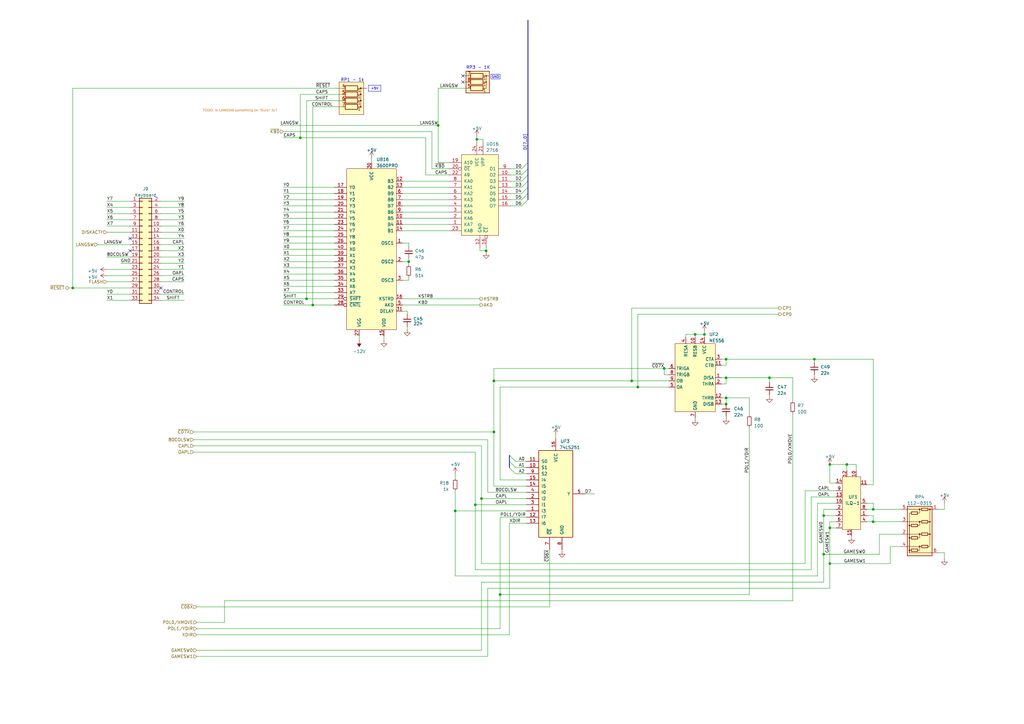
<source format=kicad_sch>
(kicad_sch (version 20230121) (generator eeschema)
  (paper "A3")
  (title_block (title "Keyboard"))
  (lib_symbols
    (symbol "Apple IIc Schematic Symbols:2716" (pin_names (offset 1.016))
      (property "Reference" "U" (at 0 1.27 0))
      (property "Value" "2716" (at 0 -1.27 0))
      (symbol "2716_1_1"
        (pin input line (at -12.7 -12.065 0) (length 5.08) (name "KA7") (number "1"))
        (pin bidirectional line (at 12.7 8.255 180) (length 5.08) (name "O2") (number "10"))
        (pin bidirectional line (at 12.7 5.715 180) (length 5.08) (name "O3") (number "11"))
        (pin power_in line (at 0 -21.59 90) (length 5.08) (name "GND") (number "12"))
        (pin bidirectional line (at 12.7 3.175 180) (length 5.08) (name "O4") (number "13"))
        (pin bidirectional line (at 12.7 0.635 180) (length 5.08) (name "O5") (number "14"))
        (pin bidirectional line (at 12.7 -1.905 180) (length 5.08) (name "O6") (number "15"))
        (pin bidirectional line (at 12.7 -4.445 180) (length 5.08) (name "O7") (number "16"))
        (pin input inverted (at 2.54 -21.59 90) (length 5.08) (name "~{CE}") (number "16"))
        (pin input line (at -12.7 13.335 0) (length 5.08) (name "A10") (number "19"))
        (pin input line (at -12.7 -9.525 0) (length 5.08) (name "KA6") (number "2"))
        (pin input inverted (at -12.7 10.795 0) (length 5.08) (name "~{OE}") (number "20"))
        (pin input line (at 1.27 21.59 270) (length 5.08) (name "VPP") (number "21"))
        (pin input line (at -12.7 8.255 0) (length 5.08) (name "A9") (number "22"))
        (pin input line (at -12.7 -14.605 0) (length 5.08) (name "KA8") (number "23"))
        (pin power_in line (at -1.27 21.59 270) (length 5.08) (name "VCC") (number "24"))
        (pin input line (at -12.7 -6.985 0) (length 5.08) (name "KA5") (number "3"))
        (pin input line (at -12.7 -4.445 0) (length 5.08) (name "KA4") (number "4"))
        (pin input line (at -12.7 -1.905 0) (length 5.08) (name "KA3") (number "5"))
        (pin input line (at -12.7 0.635 0) (length 5.08) (name "KA2") (number "6"))
        (pin input line (at -12.7 3.175 0) (length 5.08) (name "KA1") (number "7"))
        (pin input line (at -12.7 5.715 0) (length 5.08) (name "KA0") (number "8"))
        (pin bidirectional line (at 12.7 10.795 180) (length 5.08) (name "O1") (number "9"))
      )
    )
    (symbol "Apple IIc Schematic Symbols:3600PRO" (pin_names (offset 1.016))
      (property "Reference" "U" (at 0 2.54 0))
      (property "Value" "3600PRO" (at 0 -2.54 0))
      (symbol "3600PRO_1_1"
        (pin passive line (at 12.7 2.54 180) (length 2.54) (name "OSC1") (number "1"))
        (pin output line (at 12.7 12.7 180) (length 2.54) (name "B5") (number "10"))
        (pin output line (at 12.7 10.16 180) (length 2.54) (name "B4") (number "11"))
        (pin output line (at 12.7 27.94 180) (length 2.54) (name "B3") (number "12"))
        (pin output line (at 12.7 25.4 180) (length 2.54) (name "B2") (number "13"))
        (pin output line (at 12.7 7.62 180) (length 2.54) (name "B1") (number "14"))
        (pin power_in line (at 5.08 -35.56 90) (length 2.54) (name "VDD") (number "15"))
        (pin output line (at 12.7 -20.32 180) (length 2.54) (name "KSTRD") (number "16"))
        (pin passive line (at -15.24 25.4 0) (length 5.08) (name "Y0") (number "17"))
        (pin passive line (at -15.24 22.86 0) (length 5.08) (name "Y1") (number "18"))
        (pin passive line (at -15.24 20.32 0) (length 5.08) (name "Y2") (number "19"))
        (pin passive line (at 12.7 -5.08 180) (length 2.54) (name "OSC2") (number "2"))
        (pin passive line (at -15.24 17.78 0) (length 5.08) (name "Y3") (number "20"))
        (pin passive line (at -15.24 15.24 0) (length 5.08) (name "Y4") (number "21"))
        (pin passive line (at -15.24 12.7 0) (length 5.08) (name "Y5") (number "22"))
        (pin passive line (at -15.24 10.16 0) (length 5.08) (name "Y6") (number "23"))
        (pin passive line (at -15.24 7.62 0) (length 5.08) (name "Y7") (number "24"))
        (pin passive line (at -15.24 5.08 0) (length 5.08) (name "Y8") (number "25"))
        (pin passive line (at -15.24 2.54 0) (length 5.08) (name "Y9") (number "26"))
        (pin power_in line (at -5.08 -35.56 90) (length 2.54) (name "VGG") (number "27"))
        (pin input inverted (at -15.24 -22.86 0) (length 5.08) (name "~{CNTL}") (number "28"))
        (pin input inverted (at -15.24 -20.32 0) (length 5.08) (name "~{SHFT}") (number "29"))
        (pin passive line (at 12.7 -12.7 180) (length 2.54) (name "OSC3") (number "3"))
        (pin power_in line (at 0 35.56 270) (length 2.54) (name "VCC") (number "30"))
        (pin input line (at 12.7 -25.4 180) (length 2.54) (name "DELAY") (number "31"))
        (pin passive line (at -15.24 -17.78 0) (length 5.08) (name "X7") (number "33"))
        (pin passive line (at -15.24 -15.24 0) (length 5.08) (name "X6") (number "34"))
        (pin passive line (at -15.24 -12.7 0) (length 5.08) (name "X5") (number "35"))
        (pin passive line (at -15.24 -10.16 0) (length 5.08) (name "X4") (number "36"))
        (pin passive line (at -15.24 -7.62 0) (length 5.08) (name "X3") (number "37"))
        (pin passive line (at -15.24 -5.08 0) (length 5.08) (name "X2") (number "38"))
        (pin passive line (at -15.24 -2.54 0) (length 5.08) (name "X1") (number "39"))
        (pin passive line (at -15.24 0 0) (length 5.08) (name "X0") (number "40"))
        (pin output line (at 12.7 -22.86 180) (length 2.54) (name "AKD") (number "5"))
        (pin output line (at 12.7 22.86 180) (length 2.54) (name "B9") (number "6"))
        (pin output line (at 12.7 20.32 180) (length 2.54) (name "B8") (number "7"))
        (pin output line (at 12.7 17.78 180) (length 2.54) (name "B7") (number "8"))
        (pin output line (at 12.7 15.24 180) (length 2.54) (name "B6") (number "9"))
      )
    )
    (symbol "Apple IIc Schematic Symbols:74LS251-IIc" (pin_names (offset 1.016))
      (property "Reference" "UF3" (at 3.81 21.59 0))
      (property "Value" "74LS251" (at 5.715 19.05 0))
      (symbol "74LS251-IIc_1_0"
        (pin input line (at -12.065 -6.985 0) (length 5.08) (name "I3") (number "1"))
        (pin input line (at -12.065 10.795 0) (length 5.08) (name "S1") (number "10"))
        (pin input line (at -12.065 13.335 0) (length 5.08) (name "S0") (number "11"))
        (pin input line (at -12.065 -9.525 0) (length 5.08) (name "I7") (number "12"))
        (pin input line (at -12.065 -12.065 0) (length 5.08) (name "I6") (number "13"))
        (pin input line (at -12.065 3.175 0) (length 5.08) (name "I5") (number "14"))
        (pin input line (at -12.065 5.715 0) (length 5.08) (name "I4") (number "15"))
        (pin power_in line (at 0 22.86 270) (length 5.08) (name "VCC") (number "16"))
        (pin input line (at -12.065 -1.905 0) (length 5.08) (name "I2") (number "2"))
        (pin input line (at -12.065 -4.445 0) (length 5.08) (name "I1") (number "3"))
        (pin input line (at -12.065 0.635 0) (length 5.08) (name "I0") (number "4"))
        (pin tri_state line (at 12.065 0 180) (length 5.08) (name "Y") (number "5"))
        (pin no_connect line (at 12.065 12.7 180) (length 5.08) hide (name "~{Y}") (number "6"))
        (pin input line (at -2.54 -22.86 90) (length 5.08) (name "~{OE}") (number "7"))
        (pin power_in line (at 2.54 -22.86 90) (length 5.08) (name "GND") (number "8"))
        (pin input line (at -12.065 8.255 0) (length 5.08) (name "S2") (number "9"))
      )
    )
    (symbol "Apple IIc Schematic Symbols:ILQ-1"
      (property "Reference" "U" (at 0 3.175 0))
      (property "Value" "ILQ-1" (at 0 1.27 0))
      (symbol "ILQ-1_0_0"
        (pin passive line (at 6.35 -5.08 180) (length 2.54) (name "") (number "1"))
        (pin passive line (at 1.905 13.335 270) (length 2.54) (name "") (number "10"))
        (pin passive line (at 6.35 7.62 180) (length 2.54) (name "") (number "11"))
        (pin passive line (at -1.905 13.335 270) (length 2.54) (name "") (number "12"))
        (pin passive line (at -6.35 2.54 0) (length 2.54) (name "") (number "13"))
        (pin passive line (at -6.35 8.255 0) (length 2.54) (name "") (number "14"))
        (pin passive line (at 0 -13.335 90) (length 2.54) (name "") (number "15"))
        (pin passive line (at -6.35 0 0) (length 2.54) (name "") (number "16"))
        (pin passive line (at -6.35 -2.54 0) (length 2.54) (name "") (number "2"))
        (pin passive line (at -6.35 -5.08 0) (length 2.54) (name "") (number "3"))
        (pin passive line (at 6.35 -7.62 180) (length 2.54) (name "") (number "4"))
        (pin passive line (at 6.35 0 180) (length 2.54) (name "") (number "5"))
        (pin passive line (at -6.35 -7.62 0) (length 2.54) (name "") (number "6"))
        (pin passive line (at -6.35 -10.16 0) (length 2.54) (name "") (number "7"))
        (pin passive line (at 6.35 -2.54 180) (length 2.54) (name "") (number "8"))
        (pin passive line (at -6.35 5.08 0) (length 2.54) (name "") (number "9"))
      )
    )
    (symbol "Apple IIc Schematic Symbols:NE556"
      (property "Reference" "U" (at 6.985 17.78 0))
      (property "Value" "NE556" (at 8.89 15.24 0))
      (symbol "NE556_0_0"
        (pin output line (at 10.795 0 180) (length 2.54) (name "DISA") (number "1"))
        (pin input line (at 0 16.51 270) (length 2.54) (name "RESB") (number "10"))
        (pin input line (at 10.795 5.08 180) (length 2.54) (name "CTB") (number "11"))
        (pin input line (at 10.795 -8.255 180) (length 2.54) (name "THRB") (number "12"))
        (pin output line (at 10.795 -10.795 180) (length 2.54) (name "DISB") (number "13"))
        (pin power_in line (at 3.81 16.51 270) (length 2.54) (name "VCC") (number "14"))
        (pin input line (at 10.795 -2.54 180) (length 2.54) (name "THRA") (number "2"))
        (pin input line (at 10.795 7.62 180) (length 2.54) (name "CTA") (number "3"))
        (pin input line (at -3.81 16.51 270) (length 2.54) (name "RESA") (number "4"))
        (pin output line (at -10.795 -3.81 0) (length 2.54) (name "OA") (number "5"))
        (pin input line (at -10.795 3.81 0) (length 2.54) (name "TRIGA") (number "6"))
        (pin power_in line (at 0 -16.51 90) (length 2.54) (name "GND") (number "7"))
        (pin input line (at -10.795 1.27 0) (length 2.54) (name "TRIGB") (number "8"))
        (pin output line (at -10.795 -1.27 0) (length 2.54) (name "OB") (number "9"))
      )
    )
    (symbol "Apple IIc Schematic Symbols:R_Network (112-0315)" (pin_names (offset 0) hide)
      (property "Reference" "RP" (at 0 11.43 0))
      (property "Value" "112-0315" (at 0 -11.43 0))
      (symbol "R_Network (112-0315)_1_1"
        (pin passive line (at 7.62 8.89 180) (length 2.54) (name "COM1") (number "1"))
        (pin passive line (at -7.62 -1.27 0) (length 2.54) (name "R3") (number "2"))
        (pin passive line (at -7.62 3.81 0) (length 2.54) (name "R2") (number "3"))
        (pin passive line (at -7.62 -6.35 0) (length 2.54) (name "R4") (number "4"))
        (pin passive line (at -7.62 8.89 0) (length 2.54) (name "R1") (number "5"))
        (pin passive line (at 7.62 -8.89 180) (length 2.54) (name "COM2") (number "6"))
      )
    )
    (symbol "Connector_Generic:Conn_02x17_Odd_Even" (pin_names (offset 1.016) hide)
      (property "Reference" "J" (at 1.27 22.86 0))
      (property "Value" "Conn_02x17_Odd_Even" (at 1.27 -22.86 0))
      (symbol "Conn_02x17_Odd_Even_1_1"
        (pin passive line (at -5.08 20.32 0) (length 3.81) (name "Pin_1") (number "1"))
        (pin passive line (at 7.62 10.16 180) (length 3.81) (name "Pin_10") (number "10"))
        (pin passive line (at -5.08 7.62 0) (length 3.81) (name "Pin_11") (number "11"))
        (pin passive line (at 7.62 7.62 180) (length 3.81) (name "Pin_12") (number "12"))
        (pin passive line (at -5.08 5.08 0) (length 3.81) (name "Pin_13") (number "13"))
        (pin passive line (at 7.62 5.08 180) (length 3.81) (name "Pin_14") (number "14"))
        (pin passive line (at -5.08 2.54 0) (length 3.81) (name "Pin_15") (number "15"))
        (pin passive line (at 7.62 2.54 180) (length 3.81) (name "Pin_16") (number "16"))
        (pin passive line (at -5.08 0 0) (length 3.81) (name "Pin_17") (number "17"))
        (pin passive line (at 7.62 0 180) (length 3.81) (name "Pin_18") (number "18"))
        (pin passive line (at -5.08 -2.54 0) (length 3.81) (name "Pin_19") (number "19"))
        (pin passive line (at 7.62 20.32 180) (length 3.81) (name "Pin_2") (number "2"))
        (pin passive line (at 7.62 -2.54 180) (length 3.81) (name "Pin_20") (number "20"))
        (pin passive line (at -5.08 -5.08 0) (length 3.81) (name "Pin_21") (number "21"))
        (pin passive line (at 7.62 -5.08 180) (length 3.81) (name "Pin_22") (number "22"))
        (pin passive line (at -5.08 -7.62 0) (length 3.81) (name "Pin_23") (number "23"))
        (pin passive line (at 7.62 -7.62 180) (length 3.81) (name "Pin_24") (number "24"))
        (pin passive line (at -5.08 -10.16 0) (length 3.81) (name "Pin_25") (number "25"))
        (pin passive line (at 7.62 -10.16 180) (length 3.81) (name "Pin_26") (number "26"))
        (pin passive line (at -5.08 -12.7 0) (length 3.81) (name "Pin_27") (number "27"))
        (pin passive line (at 7.62 -12.7 180) (length 3.81) (name "Pin_28") (number "28"))
        (pin passive line (at -5.08 -15.24 0) (length 3.81) (name "Pin_29") (number "29"))
        (pin passive line (at -5.08 17.78 0) (length 3.81) (name "Pin_3") (number "3"))
        (pin passive line (at 7.62 -15.24 180) (length 3.81) (name "Pin_30") (number "30"))
        (pin passive line (at -5.08 -17.78 0) (length 3.81) (name "Pin_31") (number "31"))
        (pin passive line (at 7.62 -17.78 180) (length 3.81) (name "Pin_32") (number "32"))
        (pin passive line (at -5.08 -20.32 0) (length 3.81) (name "Pin_33") (number "33"))
        (pin passive line (at 7.62 -20.32 180) (length 3.81) (name "Pin_34") (number "34"))
        (pin passive line (at 7.62 17.78 180) (length 3.81) (name "Pin_4") (number "4"))
        (pin passive line (at -5.08 15.24 0) (length 3.81) (name "Pin_5") (number "5"))
        (pin passive line (at 7.62 15.24 180) (length 3.81) (name "Pin_6") (number "6"))
        (pin passive line (at -5.08 12.7 0) (length 3.81) (name "Pin_7") (number "7"))
        (pin passive line (at 7.62 12.7 180) (length 3.81) (name "Pin_8") (number "8"))
        (pin passive line (at -5.08 10.16 0) (length 3.81) (name "Pin_9") (number "9"))
      )
    )
    (symbol "Device:C_Small" (pin_numbers hide) (pin_names (offset 0.254) hide)
      (property "Reference" "C" (at 0.254 1.778 0))
      (property "Value" "C_Small" (at 0.254 -2.032 0))
      (symbol "C_Small_1_1"
        (pin passive line (at 0 2.54 270) (length 2.032) (name "~") (number "1"))
        (pin passive line (at 0 -2.54 90) (length 2.032) (name "~") (number "2"))
      )
    )
    (symbol "Device:R_Network07_Split" (pin_names (offset 0) hide)
      (property "Reference" "RN" (at 2.032 0 90))
      (property "Value" "R_Network07_Split" (at 0 0 90))
      (symbol "R_Network07_Split_1_1"
        (pin passive line (at 0 3.81 270) (length 1.27) (name "R1.1") (number "1"))
        (pin passive line (at 0 -3.81 90) (length 1.27) (name "R1.2") (number "2"))
      )
      (symbol "R_Network07_Split_2_1"
        (text "1" (at 0.889 3.175 900) (effects (font (size 1.27 1.27))))
        (pin passive line (at 0 -3.81 90) (length 1.27) (name "R2.2") (number "3"))
      )
      (symbol "R_Network07_Split_3_1"
        (text "1" (at 0.889 3.175 900) (effects (font (size 1.27 1.27))))
        (pin passive line (at 0 -3.81 90) (length 1.27) (name "R3.2") (number "4"))
      )
      (symbol "R_Network07_Split_4_1"
        (text "1" (at 0.889 3.175 900) (effects (font (size 1.27 1.27))))
        (pin passive line (at 0 -3.81 90) (length 1.27) (name "R4.2") (number "5"))
      )
      (symbol "R_Network07_Split_5_1"
        (text "1" (at 0.889 3.175 900) (effects (font (size 1.27 1.27))))
        (pin passive line (at 0 -3.81 90) (length 1.27) (name "R5.2") (number "6"))
      )
      (symbol "R_Network07_Split_6_1"
        (text "1" (at 0.889 3.175 900) (effects (font (size 1.27 1.27))))
        (pin passive line (at 0 -3.81 90) (length 1.27) (name "R6.2") (number "7"))
      )
      (symbol "R_Network07_Split_7_1"
        (text "1" (at 0.889 3.175 900) (effects (font (size 1.27 1.27))))
        (pin passive line (at 0 -3.81 90) (length 1.27) (name "R7.2") (number "8"))
      )
    )
    (symbol "Device:R_Network09_Split" (pin_names (offset 0) hide)
      (property "Reference" "RN" (at 2.032 0 90))
      (property "Value" "R_Network09_Split" (at 0 0 90))
      (symbol "R_Network09_Split_1_1"
        (pin passive line (at 0 3.81 270) (length 1.27) (name "R1.1") (number "1"))
        (pin passive line (at 0 -3.81 90) (length 1.27) (name "R1.2") (number "2"))
      )
      (symbol "R_Network09_Split_2_1"
        (text "1" (at 0.889 3.175 900) (effects (font (size 1.27 1.27))))
        (pin passive line (at 0 -3.81 90) (length 1.27) (name "R2.2") (number "3"))
      )
      (symbol "R_Network09_Split_3_1"
        (text "1" (at 0.889 3.175 900) (effects (font (size 1.27 1.27))))
        (pin passive line (at 0 -3.81 90) (length 1.27) (name "R3.2") (number "4"))
      )
      (symbol "R_Network09_Split_4_1"
        (text "1" (at 0.889 3.175 900) (effects (font (size 1.27 1.27))))
        (pin passive line (at 0 -3.81 90) (length 1.27) (name "R4.2") (number "5"))
      )
      (symbol "R_Network09_Split_5_1"
        (text "1" (at 0.889 3.175 900) (effects (font (size 1.27 1.27))))
        (pin passive line (at 0 -3.81 90) (length 1.27) (name "R5.2") (number "6"))
      )
      (symbol "R_Network09_Split_6_1"
        (text "1" (at 0.889 3.175 900) (effects (font (size 1.27 1.27))))
        (pin passive line (at 0 -3.81 90) (length 1.27) (name "R6.2") (number "7"))
      )
      (symbol "R_Network09_Split_7_1"
        (text "1" (at 0.889 3.175 900) (effects (font (size 1.27 1.27))))
        (pin passive line (at 0 -3.81 90) (length 1.27) (name "R7.2") (number "8"))
      )
      (symbol "R_Network09_Split_8_1"
        (text "1" (at 0.889 3.175 900) (effects (font (size 1.27 1.27))))
        (pin passive line (at 0 -3.81 90) (length 1.27) (name "R8.2") (number "9"))
      )
      (symbol "R_Network09_Split_9_1"
        (text "1" (at 0.889 3.175 900) (effects (font (size 1.27 1.27))))
        (pin passive line (at 0 -3.81 90) (length 1.27) (name "R9.2") (number "10"))
      )
    )
    (symbol "Device:R_Small" (pin_numbers hide) (pin_names (offset 0.254) hide)
      (property "Reference" "R" (at 0.762 0.508 0))
      (property "Value" "R_Small" (at 0.762 -1.016 0))
      (symbol "R_Small_1_1"
        (pin passive line (at 0 2.54 270) (length 0.762) (name "~") (number "1"))
        (pin passive line (at 0 -2.54 90) (length 0.762) (name "~") (number "2"))
      )
    )
    (symbol "power:+5V" (power) (pin_names (offset 0))
      (property "Value" "+5V" (at 0 3.556 0))
      (symbol "+5V_1_1"
        (pin power_in line (at 0 0 90) (length 0) hide (name "+5V") (number "1"))
      )
    )
    (symbol "power:-12V" (power) (pin_names (offset 0))
      (property "Value" "-12V" (at 0 3.81 0))
      (symbol "-12V_0_0"
        (pin power_in line (at 0 0 90) (length 0) hide (name "-12V") (number "1"))
      )
    )
    (symbol "power:GND" (power) (pin_names (offset 0))
      (property "Value" "GND" (at 0 -3.81 0))
      (symbol "GND_1_1"
        (pin power_in line (at 0 0 270) (length 0) hide (name "GND") (number "1"))
      )
    )
  )
  (junction (at 202.565 156.21))
  (junction (at 297.815 163.195))
  (junction (at 125.73 122.555))
  (junction (at 288.925 137.16))
  (junction (at 285.115 137.16))
  (junction (at 297.815 165.735))
  (junction (at 199.39 102.87))
  (junction (at 340.36 231.14))
  (junction (at 358.14 208.915))
  (junction (at 195.58 57.15))
  (junction (at 261.62 158.75))
  (junction (at 297.815 154.94))
  (junction (at 167.64 107.315))
  (junction (at 202.565 177.165))
  (junction (at 197.485 204.47))
  (junction (at 337.82 211.455))
  (junction (at 315.595 154.94))
  (junction (at 340.36 190.5))
  (junction (at 205.105 243.84))
  (junction (at 297.815 147.32))
  (junction (at 179.705 51.435))
  (junction (at 194.945 207.01))
  (junction (at 358.14 213.995))
  (junction (at 128.27 125.095))
  (junction (at 337.82 227.33))
  (junction (at 340.36 216.535))
  (junction (at 272.415 151.13))
  (junction (at 334.01 147.32))
  (junction (at 186.69 209.55))
  (junction (at 259.08 156.21))
  (junction (at 347.345 190.5))
  (junction (at 29.845 118.11))
  (junction (at 123.19 56.515))
  (no_connect (at 53.34 102.87))
  (no_connect (at 53.34 97.79))
  (no_connect (at 189.865 33.655))
  (no_connect (at 66.04 118.11))
  (no_connect (at 189.865 31.115))
  (bus_entry (at 208.915 189.23) (size 2.54 2.54))
  (bus_entry (at 213.995 69.215) (size 2.54 -2.54))
  (bus_entry (at 213.995 84.455) (size 2.54 -2.54))
  (bus_entry (at 213.995 79.375) (size 2.54 -2.54))
  (bus_entry (at 213.995 81.915) (size 2.54 -2.54))
  (bus_entry (at 213.995 76.835) (size 2.54 -2.54))
  (bus_entry (at 213.995 74.295) (size 2.54 -2.54))
  (bus_entry (at 208.915 191.77) (size 2.54 2.54))
  (bus_entry (at 213.995 71.755) (size 2.54 -2.54))
  (bus_entry (at 208.915 186.69) (size 2.54 2.54))
  (wire (pts (xy 358.14 211.455) (xy 358.14 213.995)))
  (wire (pts (xy 205.105 212.09) (xy 205.105 243.84)))
  (wire (pts (xy 66.04 102.87) (xy 75.565 102.87)))
  (wire (pts (xy 285.115 137.16) (xy 285.115 138.43)))
  (wire (pts (xy 43.815 113.03) (xy 53.34 113.03)))
  (wire (pts (xy 261.62 128.905) (xy 261.62 158.75)))
  (wire (pts (xy 200.025 180.34) (xy 79.375 180.34)))
  (wire (pts (xy 186.69 236.22) (xy 335.28 236.22)))
  (wire (pts (xy 43.815 120.65) (xy 53.34 120.65)))
  (wire (pts (xy 92.075 246.38) (xy 325.12 246.38)))
  (wire (pts (xy 225.425 248.92) (xy 225.425 225.425)))
  (wire (pts (xy 202.565 199.39) (xy 202.565 177.165)))
  (wire (pts (xy 43.815 123.19) (xy 53.34 123.19)))
  (wire (pts (xy 43.815 95.25) (xy 53.34 95.25)))
  (wire (pts (xy 152.4 64.77) (xy 152.4 66.675)))
  (bus (pts (xy 216.535 71.755) (xy 216.535 69.215)))
  (wire (pts (xy 43.815 82.55) (xy 53.34 82.55)))
  (wire (pts (xy 116.205 109.855) (xy 137.16 109.855)))
  (wire (pts (xy 200.025 180.34) (xy 200.025 201.93)))
  (wire (pts (xy 205.105 243.84) (xy 205.105 257.81)))
  (wire (pts (xy 340.36 213.995) (xy 340.36 216.535)))
  (wire (pts (xy 387.35 229.235) (xy 387.35 226.695)))
  (wire (pts (xy 334.01 153.67) (xy 334.01 154.305)))
  (wire (pts (xy 195.58 55.88) (xy 195.58 57.15)))
  (wire (pts (xy 209.55 84.455) (xy 213.995 84.455)))
  (wire (pts (xy 297.815 163.195) (xy 307.34 163.195)))
  (wire (pts (xy 358.14 213.995) (xy 369.57 213.995)))
  (wire (pts (xy 66.04 115.57) (xy 75.565 115.57)))
  (wire (pts (xy 125.73 41.275) (xy 125.73 122.555)))
  (wire (pts (xy 167.64 99.695) (xy 167.64 100.965)))
  (wire (pts (xy 325.12 154.94) (xy 325.12 164.465)))
  (wire (pts (xy 80.645 248.92) (xy 225.425 248.92)))
  (wire (pts (xy 360.68 219.075) (xy 360.68 227.33)))
  (wire (pts (xy 116.205 84.455) (xy 137.16 84.455)))
  (wire (pts (xy 285.115 137.16) (xy 288.925 137.16)))
  (wire (pts (xy 334.01 147.32) (xy 358.14 147.32)))
  (wire (pts (xy 40.005 100.33) (xy 53.34 100.33)))
  (wire (pts (xy 125.73 41.275) (xy 140.335 41.275)))
  (bus (pts (xy 216.535 79.375) (xy 216.535 76.835)))
  (wire (pts (xy 297.815 165.735) (xy 297.815 163.195)))
  (bus (pts (xy 216.535 69.215) (xy 216.535 66.675)))
  (wire (pts (xy 211.455 189.23) (xy 215.9 189.23)))
  (wire (pts (xy 202.565 151.13) (xy 272.415 151.13)))
  (wire (pts (xy 340.36 216.535) (xy 340.36 231.14)))
  (bus (pts (xy 216.535 66.675) (xy 216.535 8.255)))
  (wire (pts (xy 116.205 102.235) (xy 137.16 102.235)))
  (wire (pts (xy 259.08 126.365) (xy 259.08 156.21)))
  (wire (pts (xy 307.34 175.26) (xy 307.34 243.84)))
  (wire (pts (xy 114.935 51.435) (xy 179.705 51.435)))
  (wire (pts (xy 355.6 208.915) (xy 358.14 208.915)))
  (wire (pts (xy 199.39 101.6) (xy 199.39 102.87)))
  (wire (pts (xy 215.9 199.39) (xy 202.565 199.39)))
  (wire (pts (xy 325.12 169.545) (xy 325.12 246.38)))
  (wire (pts (xy 167.64 114.935) (xy 167.64 113.665)))
  (wire (pts (xy 365.125 231.14) (xy 365.125 224.155)))
  (wire (pts (xy 29.845 118.11) (xy 53.34 118.11)))
  (wire (pts (xy 295.91 154.94) (xy 297.815 154.94)))
  (wire (pts (xy 315.595 154.94) (xy 325.12 154.94)))
  (wire (pts (xy 66.04 95.25) (xy 75.565 95.25)))
  (wire (pts (xy 66.04 105.41) (xy 75.565 105.41)))
  (wire (pts (xy 202.565 156.21) (xy 259.08 156.21)))
  (wire (pts (xy 66.04 107.95) (xy 75.565 107.95)))
  (wire (pts (xy 295.91 163.195) (xy 297.815 163.195)))
  (wire (pts (xy 116.205 76.835) (xy 137.16 76.835)))
  (wire (pts (xy 337.82 211.455) (xy 342.9 211.455)))
  (wire (pts (xy 200.025 241.3) (xy 340.36 241.3)))
  (wire (pts (xy 66.04 85.09) (xy 75.565 85.09)))
  (wire (pts (xy 194.945 185.42) (xy 194.945 207.01)))
  (wire (pts (xy 358.14 208.915) (xy 369.57 208.915)))
  (wire (pts (xy 165.1 99.695) (xy 167.64 99.695)))
  (wire (pts (xy 259.08 126.365) (xy 319.405 126.365)))
  (wire (pts (xy 125.73 122.555) (xy 137.16 122.555)))
  (wire (pts (xy 215.9 204.47) (xy 197.485 204.47)))
  (wire (pts (xy 116.205 120.015) (xy 137.16 120.015)))
  (wire (pts (xy 165.1 76.835) (xy 184.15 76.835)))
  (wire (pts (xy 116.205 122.555) (xy 125.73 122.555)))
  (wire (pts (xy 165.1 89.535) (xy 184.15 89.535)))
  (wire (pts (xy 261.62 158.75) (xy 274.32 158.75)))
  (wire (pts (xy 66.04 123.19) (xy 75.565 123.19)))
  (wire (pts (xy 195.58 57.15) (xy 195.58 58.42)))
  (wire (pts (xy 205.105 243.84) (xy 307.34 243.84)))
  (wire (pts (xy 116.205 89.535) (xy 137.16 89.535)))
  (wire (pts (xy 66.04 113.03) (xy 75.565 113.03)))
  (wire (pts (xy 186.69 201.295) (xy 186.69 209.55)))
  (wire (pts (xy 337.82 208.915) (xy 337.82 211.455)))
  (wire (pts (xy 209.55 71.755) (xy 213.995 71.755)))
  (wire (pts (xy 165.1 114.935) (xy 167.64 114.935)))
  (wire (pts (xy 43.815 87.63) (xy 53.34 87.63)))
  (wire (pts (xy 334.01 147.32) (xy 334.01 148.59)))
  (wire (pts (xy 80.645 255.27) (xy 92.075 255.27)))
  (wire (pts (xy 43.815 110.49) (xy 53.34 110.49)))
  (wire (pts (xy 215.9 196.85) (xy 205.105 196.85)))
  (wire (pts (xy 194.945 233.68) (xy 332.74 233.68)))
  (wire (pts (xy 365.125 224.155) (xy 369.57 224.155)))
  (wire (pts (xy 209.55 79.375) (xy 213.995 79.375)))
  (wire (pts (xy 157.48 137.795) (xy 157.48 139.7)))
  (wire (pts (xy 358.14 198.755) (xy 355.6 198.755)))
  (wire (pts (xy 116.205 125.095) (xy 128.27 125.095)))
  (wire (pts (xy 205.105 212.09) (xy 215.9 212.09)))
  (wire (pts (xy 211.455 194.31) (xy 215.9 194.31)))
  (wire (pts (xy 281.305 137.16) (xy 285.115 137.16)))
  (wire (pts (xy 123.19 56.515) (xy 174.625 56.515)))
  (wire (pts (xy 358.14 206.375) (xy 358.14 208.915)))
  (wire (pts (xy 342.9 203.835) (xy 332.74 203.835)))
  (wire (pts (xy 351.155 190.5) (xy 351.155 193.04)))
  (wire (pts (xy 215.9 207.01) (xy 194.945 207.01)))
  (wire (pts (xy 274.32 153.67) (xy 272.415 153.67)))
  (wire (pts (xy 295.91 149.86) (xy 297.815 149.86)))
  (wire (pts (xy 165.1 86.995) (xy 184.15 86.995)))
  (wire (pts (xy 184.15 71.755) (xy 174.625 71.755)))
  (wire (pts (xy 297.815 170.815) (xy 297.815 171.45)))
  (wire (pts (xy 332.74 203.835) (xy 332.74 233.68)))
  (wire (pts (xy 80.645 260.35) (xy 208.915 260.35)))
  (wire (pts (xy 197.485 238.76) (xy 337.82 238.76)))
  (wire (pts (xy 272.415 151.13) (xy 274.32 151.13)))
  (wire (pts (xy 272.415 153.67) (xy 272.415 151.13)))
  (wire (pts (xy 66.04 90.17) (xy 75.565 90.17)))
  (wire (pts (xy 342.9 208.915) (xy 337.82 208.915)))
  (wire (pts (xy 211.455 191.77) (xy 215.9 191.77)))
  (wire (pts (xy 116.205 94.615) (xy 137.16 94.615)))
  (wire (pts (xy 186.69 209.55) (xy 186.69 236.22)))
  (wire (pts (xy 165.1 94.615) (xy 184.15 94.615)))
  (wire (pts (xy 165.1 107.315) (xy 167.64 107.315)))
  (wire (pts (xy 80.645 257.81) (xy 205.105 257.81)))
  (wire (pts (xy 49.53 107.95) (xy 53.34 107.95)))
  (wire (pts (xy 165.1 125.095) (xy 196.85 125.095)))
  (wire (pts (xy 165.1 122.555) (xy 196.85 122.555)))
  (wire (pts (xy 194.945 207.01) (xy 194.945 233.68)))
  (wire (pts (xy 295.91 165.735) (xy 297.815 165.735)))
  (wire (pts (xy 189.865 33.655) (xy 191.77 33.655)))
  (wire (pts (xy 43.815 90.17) (xy 53.34 90.17)))
  (wire (pts (xy 165.1 127.635) (xy 167.005 127.635)))
  (wire (pts (xy 116.205 104.775) (xy 137.16 104.775)))
  (wire (pts (xy 307.34 163.195) (xy 307.34 170.18)))
  (wire (pts (xy 208.915 214.63) (xy 215.9 214.63)))
  (wire (pts (xy 197.485 204.47) (xy 197.485 231.14)))
  (wire (pts (xy 43.815 85.09) (xy 53.34 85.09)))
  (wire (pts (xy 387.35 206.375) (xy 387.35 208.915)))
  (wire (pts (xy 297.815 154.94) (xy 315.595 154.94)))
  (wire (pts (xy 297.815 149.86) (xy 297.815 147.32)))
  (wire (pts (xy 288.925 135.89) (xy 288.925 137.16)))
  (wire (pts (xy 337.82 227.33) (xy 360.68 227.33)))
  (wire (pts (xy 337.82 211.455) (xy 337.82 227.33)))
  (wire (pts (xy 66.04 82.55) (xy 75.565 82.55)))
  (wire (pts (xy 186.69 194.31) (xy 186.69 196.215)))
  (wire (pts (xy 355.6 213.995) (xy 358.14 213.995)))
  (wire (pts (xy 177.165 69.215) (xy 177.165 53.975)))
  (wire (pts (xy 167.64 107.315) (xy 167.64 108.585)))
  (wire (pts (xy 116.205 107.315) (xy 137.16 107.315)))
  (wire (pts (xy 116.205 117.475) (xy 137.16 117.475)))
  (wire (pts (xy 123.19 38.735) (xy 123.19 56.515)))
  (wire (pts (xy 297.815 157.48) (xy 297.815 154.94)))
  (wire (pts (xy 66.04 110.49) (xy 75.565 110.49)))
  (bus (pts (xy 208.915 186.69) (xy 208.915 189.23)))
  (wire (pts (xy 340.36 231.14) (xy 365.125 231.14)))
  (wire (pts (xy 209.55 69.215) (xy 213.995 69.215)))
  (wire (pts (xy 358.14 147.32) (xy 358.14 198.755)))
  (wire (pts (xy 360.68 219.075) (xy 369.57 219.075)))
  (wire (pts (xy 189.865 31.115) (xy 191.77 31.115)))
  (wire (pts (xy 66.04 92.71) (xy 75.565 92.71)))
  (wire (pts (xy 197.485 266.7) (xy 80.645 266.7)))
  (wire (pts (xy 340.36 198.12) (xy 340.36 190.5)))
  (wire (pts (xy 215.9 201.93) (xy 200.025 201.93)))
  (wire (pts (xy 29.845 118.11) (xy 29.845 36.195)))
  (wire (pts (xy 202.565 177.165) (xy 202.565 156.21)))
  (wire (pts (xy 315.595 154.94) (xy 315.595 156.845)))
  (wire (pts (xy 179.705 66.675) (xy 184.15 66.675)))
  (wire (pts (xy 116.205 114.935) (xy 137.16 114.935)))
  (wire (pts (xy 347.345 190.5) (xy 351.155 190.5)))
  (wire (pts (xy 355.6 206.375) (xy 358.14 206.375)))
  (wire (pts (xy 179.705 36.195) (xy 191.77 36.195)))
  (wire (pts (xy 116.205 112.395) (xy 137.16 112.395)))
  (wire (pts (xy 79.375 182.88) (xy 197.485 182.88)))
  (wire (pts (xy 179.705 51.435) (xy 179.705 36.195)))
  (wire (pts (xy 243.84 202.565) (xy 240.03 202.565)))
  (wire (pts (xy 27.94 118.11) (xy 29.845 118.11)))
  (wire (pts (xy 79.375 185.42) (xy 194.945 185.42)))
  (wire (pts (xy 347.345 190.5) (xy 347.345 193.04)))
  (bus (pts (xy 216.535 81.915) (xy 216.535 79.375)))
  (wire (pts (xy 202.565 156.21) (xy 202.565 151.13)))
  (wire (pts (xy 116.205 99.695) (xy 137.16 99.695)))
  (wire (pts (xy 179.705 51.435) (xy 179.705 66.675)))
  (wire (pts (xy 165.1 74.295) (xy 184.15 74.295)))
  (wire (pts (xy 227.965 178.435) (xy 227.965 179.705)))
  (wire (pts (xy 384.81 208.915) (xy 387.35 208.915)))
  (wire (pts (xy 340.36 231.14) (xy 340.36 241.3)))
  (wire (pts (xy 295.91 157.48) (xy 297.815 157.48)))
  (wire (pts (xy 281.305 138.43) (xy 281.305 137.16)))
  (wire (pts (xy 184.15 69.215) (xy 177.165 69.215)))
  (wire (pts (xy 297.815 147.32) (xy 334.01 147.32)))
  (wire (pts (xy 116.205 97.155) (xy 137.16 97.155)))
  (wire (pts (xy 342.9 198.12) (xy 340.36 198.12)))
  (wire (pts (xy 295.91 147.32) (xy 297.815 147.32)))
  (wire (pts (xy 165.1 81.915) (xy 184.15 81.915)))
  (wire (pts (xy 29.845 36.195) (xy 140.335 36.195)))
  (wire (pts (xy 116.205 56.515) (xy 123.19 56.515)))
  (wire (pts (xy 116.205 86.995) (xy 137.16 86.995)))
  (wire (pts (xy 355.6 211.455) (xy 358.14 211.455)))
  (wire (pts (xy 165.1 79.375) (xy 184.15 79.375)))
  (wire (pts (xy 261.62 128.905) (xy 319.405 128.905)))
  (wire (pts (xy 167.005 133.985) (xy 167.005 135.255)))
  (wire (pts (xy 66.04 97.79) (xy 75.565 97.79)))
  (wire (pts (xy 208.915 260.35) (xy 208.915 214.63)))
  (wire (pts (xy 128.27 125.095) (xy 137.16 125.095)))
  (wire (pts (xy 199.39 102.87) (xy 199.39 103.505)))
  (wire (pts (xy 197.485 182.88) (xy 197.485 204.47)))
  (wire (pts (xy 116.205 81.915) (xy 137.16 81.915)))
  (wire (pts (xy 195.58 57.15) (xy 198.12 57.15)))
  (wire (pts (xy 116.205 53.975) (xy 177.165 53.975)))
  (wire (pts (xy 196.85 102.87) (xy 199.39 102.87)))
  (wire (pts (xy 66.04 120.65) (xy 75.565 120.65)))
  (wire (pts (xy 165.1 92.075) (xy 184.15 92.075)))
  (wire (pts (xy 215.9 209.55) (xy 186.69 209.55)))
  (wire (pts (xy 285.115 171.45) (xy 285.115 172.085)))
  (wire (pts (xy 116.205 79.375) (xy 137.16 79.375)))
  (wire (pts (xy 230.505 225.425) (xy 230.505 226.06)))
  (wire (pts (xy 43.815 115.57) (xy 53.34 115.57)))
  (wire (pts (xy 165.1 84.455) (xy 184.15 84.455)))
  (wire (pts (xy 116.205 92.075) (xy 137.16 92.075)))
  (wire (pts (xy 147.32 137.795) (xy 147.32 139.7)))
  (wire (pts (xy 209.55 74.295) (xy 213.995 74.295)))
  (bus (pts (xy 216.535 74.295) (xy 216.535 71.755)))
  (wire (pts (xy 288.925 137.16) (xy 288.925 138.43)))
  (wire (pts (xy 123.19 38.735) (xy 140.335 38.735)))
  (wire (pts (xy 174.625 71.755) (xy 174.625 56.515)))
  (wire (pts (xy 197.485 238.76) (xy 197.485 266.7)))
  (wire (pts (xy 167.005 127.635) (xy 167.005 128.905)))
  (wire (pts (xy 198.12 58.42) (xy 198.12 57.15)))
  (wire (pts (xy 79.375 177.165) (xy 202.565 177.165)))
  (wire (pts (xy 205.105 196.85) (xy 205.105 158.75)))
  (wire (pts (xy 335.28 206.375) (xy 335.28 236.22)))
  (wire (pts (xy 167.64 107.315) (xy 167.64 106.045)))
  (wire (pts (xy 315.595 161.925) (xy 315.595 162.56)))
  (wire (pts (xy 43.815 105.41) (xy 53.34 105.41)))
  (wire (pts (xy 66.04 87.63) (xy 75.565 87.63)))
  (wire (pts (xy 197.485 231.14) (xy 330.2 231.14)))
  (wire (pts (xy 43.815 92.71) (xy 53.34 92.71)))
  (wire (pts (xy 128.27 43.815) (xy 140.335 43.815)))
  (wire (pts (xy 337.82 227.33) (xy 337.82 238.76)))
  (wire (pts (xy 342.9 213.995) (xy 340.36 213.995)))
  (wire (pts (xy 209.55 76.835) (xy 213.995 76.835)))
  (wire (pts (xy 259.08 156.21) (xy 274.32 156.21)))
  (wire (pts (xy 349.25 219.71) (xy 349.25 220.345)))
  (wire (pts (xy 66.04 100.33) (xy 75.565 100.33)))
  (wire (pts (xy 128.27 43.815) (xy 128.27 125.095)))
  (wire (pts (xy 92.075 255.27) (xy 92.075 246.38)))
  (bus (pts (xy 216.535 76.835) (xy 216.535 74.295)))
  (wire (pts (xy 330.2 201.295) (xy 330.2 231.14)))
  (wire (pts (xy 342.9 206.375) (xy 335.28 206.375)))
  (wire (pts (xy 209.55 81.915) (xy 213.995 81.915)))
  (wire (pts (xy 340.36 190.5) (xy 347.345 190.5)))
  (wire (pts (xy 205.105 158.75) (xy 261.62 158.75)))
  (wire (pts (xy 80.645 269.24) (xy 200.025 269.24)))
  (wire (pts (xy 384.81 226.695) (xy 387.35 226.695)))
  (wire (pts (xy 200.025 241.3) (xy 200.025 269.24)))
  (wire (pts (xy 196.85 101.6) (xy 196.85 102.87)))
  (wire (pts (xy 340.36 216.535) (xy 342.9 216.535)))
  (bus (pts (xy 208.915 189.23) (xy 208.915 191.77)))
  (wire (pts (xy 342.9 201.295) (xy 330.2 201.295)))
  (circle (center 147.955 41.275) (radius 0.254) (stroke (width 0) (color 132 0 0 1)) (fill (type color) (color 132 0 0 1)))
  (circle (center 199.39 33.655) (radius 0.254) (stroke (width 0) (color 132 0 0 1)) (fill (type color) (color 132 0 0 1)))
  (rectangle (start 199.39 31.115) (end 199.39 36.195) (stroke (width 0) (color 132 0 0 1)) (fill (type color) (color 132 0 0 1)))
  (rectangle (start 191.135 29.21) (end 200.66 38.1) (stroke (width 0.254) (color 132 0 0 1)) (fill (type color) (color 255 255 194 1)))
  (rectangle (start 147.955 36.195) (end 150.495 36.195) (stroke (width 0) (color 132 0 0 1)) (fill (type color) (color 132 0 0 1)))
  (rectangle (start 147.955 36.195) (end 147.955 43.815) (stroke (width 0) (color 132 0 0 1)) (fill (type color) (color 132 0 0 1)))
  (circle (center 199.39 31.115) (radius 0.254) (stroke (width 0) (color 132 0 0 1)) (fill (type color) (color 132 0 0 1)))
  (rectangle (start 139.065 33.655) (end 149.225 46.99) (stroke (width 0) (color 132 0 0 1)) (fill (type color) (color 255 255 194 1)))
  (rectangle (start 199.39 31.115) (end 200.66 31.115) (stroke (width 0) (color 132 0 0 1)) (fill (type color) (color 132 0 0 1)))
  (circle (center 147.955 38.735) (radius 0.254) (stroke (width 0) (color 132 0 0 1)) (fill (type color) (color 132 0 0 1)))
  (circle (center 147.955 36.195) (radius 0.254) (stroke (width 0) (color 132 0 0 1)) (fill (type color) (color 132 0 0 1)))
  (circle (center 147.955 43.815) (radius 0.254) (stroke (width 0) (color 132 0 0 1)) (fill (type color) (color 132 0 0 1)))
  (text_box "GND" (at 201.295 30.48 0) (size 3.81 1.905) (effects (font (size 1 1))))
  (text_box "+5V" (at 151.13 34.925 0) (size 5.08 2.54) (effects (font (size 1 1))))
  (text "RP1 - 1k" (at 139.7 33.655 0) (effects (font (size 1.27 1.27)) (justify left bottom)))
  (text "RP3 - 1K" (at 191.135 28.575 0) (effects (font (size 1.27 1.27)) (justify left bottom)))
  (text "TODO: Is LANGSW something on \"Euro\" IIc?" (at 83.185 46.355 0) (effects (font (size 1 1)) (justify left bottom)))
  (label "X1" (at 116.205 104.775 0))
  (label "D4" (at 213.995 79.375 180))
  (label "X6" (at 43.815 90.17 0))
  (label "~{KBD}" (at 178.435 69.215 0))
  (label "LANGSW" (at 42.545 100.33 0))
  (label "OAPL" (at 340.36 203.835 180))
  (label "X7" (at 116.205 120.015 0))
  (label "XDIR" (at 208.915 214.63 0))
  (label "Y8" (at 116.205 97.155 0))
  (label "Y4" (at 116.205 86.995 0))
  (label "SHIFT" (at 73.66 123.19 180))
  (label "X0" (at 75.565 95.25 180))
  (label "CAPS" (at 129.54 38.735 0))
  (label "D7" (at 242.57 202.565 180))
  (label "KBD" (at 171.45 125.095 0))
  (label "A1" (at 212.725 191.77 0))
  (label "D1" (at 213.995 71.755 180))
  (label "D[7..0]" (at 216.535 61.595 90))
  (label "CAPS" (at 178.435 71.755 0))
  (label "SHIFT" (at 134.62 41.275 180))
  (label "X5" (at 116.205 114.935 0))
  (label "D5" (at 213.995 81.915 180))
  (label "SHIFT" (at 116.205 122.555 0))
  (label "Y3" (at 116.205 84.455 0))
  (label "X2" (at 116.205 107.315 0))
  (label "X7" (at 43.815 92.71 0))
  (label "X3" (at 75.565 105.41 180))
  (label "X2" (at 75.565 102.87 180))
  (label "Y9" (at 75.565 82.55 180))
  (label "Y5" (at 116.205 89.535 0))
  (label "~{C06X}" (at 225.425 230.505 90))
  (label "LANGSW" (at 179.705 51.435 180))
  (label "OAPL" (at 203.2 207.01 0))
  (label "CAPL" (at 340.36 201.295 180))
  (label "Y2" (at 75.565 107.95 180))
  (label "~{C07X}" (at 272.415 151.13 180))
  (label "Y7" (at 43.815 82.55 0))
  (label "80COLSW" (at 43.815 105.41 0))
  (label "GAMESW0" (at 337.82 222.885 90))
  (label "D2" (at 213.995 74.295 180))
  (label "X1" (at 43.815 123.19 0))
  (label "CONTROL" (at 136.525 43.815 180))
  (label "~{RESET}" (at 129.54 36.195 0))
  (label "PDL1{slash}YDIR" (at 307.34 183.515 270))
  (label "A2" (at 212.725 194.31 0))
  (label "D0" (at 213.995 69.215 180))
  (label "Y6" (at 75.565 92.71 180))
  (label "Y0" (at 43.815 120.65 0))
  (label "KSTRB" (at 171.45 122.555 0))
  (label "PDL0{slash}XMOVE" (at 325.12 177.8 270))
  (label "CAPL" (at 75.565 100.33 180))
  (label "GAMESW1" (at 340.36 217.805 270))
  (label "X5" (at 43.815 87.63 0))
  (label "D3" (at 213.995 76.835 180))
  (label "X0" (at 116.205 102.235 0))
  (label "OAPL" (at 75.565 113.03 180))
  (label "Y7" (at 116.205 94.615 0))
  (label "80COLSW" (at 203.2 201.93 0))
  (label "CAPS" (at 116.205 56.515 0))
  (label "CAPL" (at 203.2 204.47 0))
  (label "Y1" (at 116.205 79.375 0))
  (label "X3" (at 116.205 109.855 0))
  (label "Y8" (at 75.565 85.09 180))
  (label "LANGSW" (at 114.935 51.435 0))
  (label "Y3" (at 75.565 90.17 180))
  (label "CAPS" (at 75.565 115.57 180))
  (label "X4" (at 43.815 85.09 0))
  (label "A0" (at 212.725 189.23 0))
  (label "Y9" (at 116.205 99.695 0))
  (label "X4" (at 116.205 112.395 0))
  (label "Y5" (at 75.565 87.63 180))
  (label "CONTROL" (at 116.205 125.095 0))
  (label "GAMESW0" (at 354.965 227.33 180))
  (label "LANGSW" (at 187.96 36.195 180))
  (label "Y4" (at 75.565 97.79 180))
  (label "Y0" (at 116.205 76.835 0))
  (label "Y6" (at 116.205 92.075 0))
  (label "CONTROL" (at 75.565 120.65 180))
  (label "GND" (at 49.53 107.95 0))
  (label "Y2" (at 116.205 81.915 0))
  (label "GAMESW1" (at 346.075 231.14 0))
  (label "Y1" (at 75.565 110.49 180))
  (label "D6" (at 213.995 84.455 180))
  (label "X6" (at 116.205 117.475 0))
  (label "PDL1{slash}YDIR" (at 205.105 212.09 0))
  (hierarchical_label "~{C06X}" (shape input) (at 80.645 248.92 180))
  (hierarchical_label "~{RESET}" (shape output) (at 27.94 118.11 180))
  (hierarchical_label "CAPL" (shape input) (at 79.375 182.88 180))
  (hierarchical_label "GAMESW0" (shape input) (at 80.645 266.7 180))
  (hierarchical_label "PDL1{slash}YDIR" (shape input) (at 80.645 257.81 180))
  (hierarchical_label "GAMESW1" (shape input) (at 80.645 269.24 180))
  (hierarchical_label "CP0" (shape output) (at 319.405 128.905 0))
  (hierarchical_label "XDIR" (shape input) (at 80.645 260.35 180))
  (hierarchical_label "DISKACTY" (shape input) (at 43.815 95.25 180))
  (hierarchical_label "AKD" (shape output) (at 196.85 125.095 0))
  (hierarchical_label "~{C07X}" (shape input) (at 79.375 177.165 180))
  (hierarchical_label "LANGSW" (shape input) (at 40.005 100.33 180))
  (hierarchical_label "PDL0{slash}XMOVE" (shape input) (at 80.645 255.27 180))
  (hierarchical_label "OAPL" (shape input) (at 79.375 185.42 180))
  (hierarchical_label "CP1" (shape output) (at 319.405 126.365 0))
  (hierarchical_label "80COLSW" (shape input) (at 79.375 180.34 180))
  (hierarchical_label "~{KBD}" (shape input) (at 116.205 53.975 180))
  (hierarchical_label "FLASH" (shape input) (at 43.815 115.57 180))
  (hierarchical_label "KSTRB" (shape output) (at 196.85 122.555 0))
  (symbol (lib_id "Device:R_Network07_Split") (at 195.58 33.655 270) (unit 7)
    (property "Reference" "RP10" (effects hide))
    (property "Value" "1k" (effects hide))
    (property "Footprint" "Resistor_THT:R_Array_SIP8" (effects hide))
    (property "Datasheet" "http://www.vishay.com/docs/31509/csc.pdf" (effects hide))
    (instances (project "Apple IIc" (path "" (reference "RP10") (unit 7)) (path "" (reference "RP1") (unit 7))))
  )
  (symbol (lib_id "Apple IIc Schematic Symbols:ILQ-1") (at 349.25 206.375 0) (unit 1)
    (property "Reference" "UF1" (at 347.98 203.835 0) (effects (justify left)))
    (property "Value" "ILQ-1" (at 346.71 206.375 0) (effects (justify left)))
    (instances (project "Apple IIc" (path "" (reference "UF1") (unit 1)) (path "" (reference "UF2") (unit 1))))
  )
  (symbol (lib_id "power:+5V") (at 227.965 178.435 0) (unit 1)
    (property "Reference" "#PWR094" (effects hide))
    (property "Value" "+5V" (at 227.965 175.26 0))
    (instances (project "Apple IIc" (path "" (reference "#PWR094") (unit 1)) (path "" (reference "#PWR093") (unit 1))))
  )
  (symbol (lib_id "power:GND") (at 387.35 229.235 0) (unit 1)
    (property "Reference" "#PWR0102" (effects hide))
    (property "Value" "GND" (effects hide))
    (instances (project "Apple IIc" (path "" (reference "#PWR0102") (unit 1)) (path "" (reference "#PWR0103") (unit 1))))
  )
  (symbol (lib_id "Device:R_Network09_Split") (at 144.145 43.815 270) (unit 6)
    (property "Reference" "RP1" (effects hide))
    (property "Value" "1k" (effects hide))
    (property "Footprint" "Resistor_THT:R_Array_SIP10" (effects hide))
    (property "Datasheet" "http://www.vishay.com/docs/31509/csc.pdf" (effects hide))
    (instances (project "Apple IIc" (path "" (reference "RP1") (unit 6)) (path "" (reference "RP5") (unit 6))))
  )
  (symbol (lib_id "Device:R_Small") (at 186.69 198.755 0) (unit 1)
    (property "Reference" "R18" (at 184.15 198.12 0) (effects (justify right)))
    (property "Value" "1k" (at 184.15 200.66 0) (effects (justify right)))
    (instances (project "Apple IIc" (path "" (reference "R18") (unit 1)) (path "" (reference "R17") (unit 1))))
  )
  (symbol (lib_id "power:+5V") (at 387.35 206.375 0) (unit 1)
    (property "Reference" "#PWR0103" (effects hide))
    (property "Value" "+5V" (at 387.35 203.2 0))
    (instances (project "Apple IIc" (path "" (reference "#PWR0103") (unit 1)) (path "" (reference "#PWR0102") (unit 1))))
  )
  (symbol (lib_id "Device:C_Small") (at 167.005 131.445 0) (unit 1)
    (property "Reference" "C45" (at 169.545 130.81 0) (effects (justify left)))
    (property "Value" "22n" (at 169.545 132.715 0) (effects (justify left)))
    (instances (project "Apple IIc" (path "" (reference "C45") (unit 1)) (path "" (reference "C43") (unit 1))))
  )
  (symbol (lib_id "Device:R_Network07_Split") (at 195.58 31.115 270) (unit 6)
    (property "Reference" "RP9" (effects hide))
    (property "Value" "1k" (effects hide))
    (property "Footprint" "Resistor_THT:R_Array_SIP8" (effects hide))
    (property "Datasheet" "http://www.vishay.com/docs/31509/csc.pdf" (effects hide))
    (instances (project "Apple IIc" (path "" (reference "RP9") (unit 6)) (path "" (reference "RP1") (unit 6))))
  )
  (symbol (lib_id "Device:C_Small") (at 334.01 151.13 0) (unit 1)
    (property "Reference" "C49" (at 336.55 150.5013 0) (effects (justify left)))
    (property "Value" "22n" (at 336.55 153.0413 0) (effects (justify left)))
    (instances (project "Apple IIc" (path "" (reference "C49") (unit 1)) (path "" (reference "C47") (unit 1))))
  )
  (symbol (lib_id "power:GND") (at 349.25 220.345 0) (unit 1)
    (property "Reference" "#PWR0101" (effects hide))
    (property "Value" "GND" (effects hide))
  )
  (symbol (lib_id "Device:R_Small") (at 325.12 167.005 0) (unit 1)
    (property "Reference" "R7" (at 327.025 166.37 0) (effects (justify left)))
    (property "Value" "100" (at 327.025 168.91 0) (effects (justify left)))
    (instances (project "Apple IIc" (path "" (reference "R7") (unit 1)) (path "" (reference "R8") (unit 1))))
  )
  (symbol (lib_id "Device:R_Network09_Split") (at 144.145 41.275 270) (unit 5)
    (property "Reference" "RP1" (effects hide))
    (property "Value" "1k" (effects hide))
    (property "Footprint" "Resistor_THT:R_Array_SIP10" (effects hide))
    (property "Datasheet" "http://www.vishay.com/docs/31509/csc.pdf" (effects hide))
    (instances (project "Apple IIc" (path "" (reference "RP1") (unit 5)) (path "" (reference "RP5") (unit 5))))
  )
  (symbol (lib_id "Device:C_Small") (at 297.815 168.275 0) (unit 1)
    (property "Reference" "C46" (at 300.99 167.6463 0) (effects (justify left)))
    (property "Value" "22n" (at 300.99 170.1863 0) (effects (justify left)))
    (instances (project "Apple IIc" (path "" (reference "C46") (unit 1)) (path "" (reference "C45") (unit 1))))
  )
  (symbol (lib_id "Device:R_Network09_Split") (at 144.145 36.195 270) (unit 3)
    (property "Reference" "RP1" (effects hide))
    (property "Value" "1k" (effects hide))
    (property "Footprint" "Resistor_THT:R_Array_SIP10" (effects hide))
    (property "Datasheet" "http://www.vishay.com/docs/31509/csc.pdf" (effects hide))
    (instances (project "Apple IIc" (path "" (reference "RP1") (unit 3)) (path "" (reference "RP5") (unit 3))))
  )
  (symbol (lib_id "power:-12V") (at 147.32 139.7 180) (unit 1)
    (property "Reference" "#PWR082" (effects hide))
    (property "Value" "-12V" (at 147.32 144.145 0))
    (instances (project "Apple IIc" (path "" (reference "#PWR082") (unit 1)) (path "" (reference "#PWR081") (unit 1))))
  )
  (symbol (lib_id "power:GND") (at 199.39 103.505 0) (unit 1)
    (property "Reference" "#PWR088" (effects hide))
    (property "Value" "GND" (effects hide))
  )
  (symbol (lib_id "power:+5V") (at 43.815 110.49 90) (unit 1)
    (property "Reference" "#PWR0153" (effects hide))
    (property "Value" "+5V" (at 40.005 111.125 90) (effects (justify left)))
  )
  (symbol (lib_id "power:GND") (at 230.505 226.06 0) (unit 1)
    (property "Reference" "#PWR093" (effects hide))
    (property "Value" "GND" (effects hide))
    (instances (project "Apple IIc" (path "" (reference "#PWR093") (unit 1)) (path "" (reference "#PWR094") (unit 1))))
  )
  (symbol (lib_id "Apple IIc Schematic Symbols:3600PRO") (at 152.4 102.235 0) (unit 1)
    (property "Reference" "UB16" (at 154.3559 65.405 0) (effects (justify left)))
    (property "Value" "3600PRO" (at 154.3559 67.945 0) (effects (justify left)))
    (instances (project "Apple IIc" (path "" (reference "UB16") (unit 1)) (path "" (reference "UB1") (unit 1))))
  )
  (symbol (lib_id "power:GND") (at 334.01 154.305 0) (unit 1)
    (property "Reference" "#PWR0104" (effects hide))
    (property "Value" "GND" (effects hide))
    (instances (project "Apple IIc" (path "" (reference "#PWR0104") (unit 1)) (path "" (reference "#PWR099") (unit 1))))
  )
  (symbol (lib_id "Device:R_Network09_Split") (at 144.145 38.735 270) (unit 4)
    (property "Reference" "RP1" (effects hide))
    (property "Value" "1k" (effects hide))
    (property "Footprint" "Resistor_THT:R_Array_SIP10" (effects hide))
    (property "Datasheet" "http://www.vishay.com/docs/31509/csc.pdf" (effects hide))
    (instances (project "Apple IIc" (path "" (reference "RP1") (unit 4)) (path "" (reference "RP5") (unit 4))))
  )
  (symbol (lib_id "power:+5V") (at 340.36 190.5 0) (unit 1)
    (property "Reference" "#PWR0100" (effects hide))
    (property "Value" "+5V" (at 340.36 187.325 0))
  )
  (symbol (lib_id "power:GND") (at 157.48 139.7 0) (unit 1)
    (property "Reference" "#PWR085" (effects hide))
    (property "Value" "GND" (effects hide))
  )
  (symbol (lib_id "power:GND") (at 297.815 171.45 0) (unit 1)
    (property "Reference" "#PWR098" (effects hide))
    (property "Value" "GND" (effects hide))
    (instances (project "Apple IIc" (path "" (reference "#PWR098") (unit 1)) (path "" (reference "#PWR097") (unit 1))))
  )
  (symbol (lib_id "Apple IIc Schematic Symbols:NE556") (at 285.115 154.94 0) (unit 1)
    (property "Reference" "UF2" (at 290.83 137.16 0) (effects (justify left)))
    (property "Value" "NE556" (at 290.83 139.7 0) (effects (justify left)))
    (instances (project "Apple IIc" (path "" (reference "UF2") (unit 1)) (path "" (reference "UF1") (unit 1))))
  )
  (symbol (lib_id "Device:C_Small") (at 315.595 159.385 0) (unit 1)
    (property "Reference" "C47" (at 318.77 158.7563 0) (effects (justify left)))
    (property "Value" "22n" (at 318.77 161.2963 0) (effects (justify left)))
    (instances (project "Apple IIc" (path "" (reference "C47") (unit 1)) (path "" (reference "C46") (unit 1))))
  )
  (symbol (lib_id "Device:C_Small") (at 167.64 103.505 0) (unit 1)
    (property "Reference" "C46" (at 170.18 102.8763 0) (effects (justify left)))
    (property "Value" "47p" (at 170.18 105.4163 0) (effects (justify left)))
    (instances (project "Apple IIc" (path "" (reference "C46") (unit 1)) (path "" (reference "C44") (unit 1))))
  )
  (symbol (lib_id "power:GND") (at 167.005 135.255 0) (unit 1)
    (property "Reference" "#PWR086" (effects hide))
    (property "Value" "GND" (effects hide))
  )
  (symbol (lib_id "Device:R_Small") (at 167.64 111.125 0) (unit 1)
    (property "Reference" "R6" (at 170.18 110.49 0) (effects (justify left)))
    (property "Value" "51k" (at 170.18 113.03 0) (effects (justify left)))
  )
  (symbol (lib_id "power:+5V") (at 195.58 55.88 0) (unit 1)
    (property "Reference" "#PWR087" (effects hide))
    (property "Value" "+5V" (at 195.58 52.705 0))
  )
  (symbol (lib_id "Connector_Generic:Conn_02x17_Odd_Even") (at 58.42 102.87 0) (unit 1)
    (property "Reference" "J9" (at 59.69 77.47 0))
    (property "Value" "Keyboard" (at 59.69 80.01 0))
    (instances (project "Apple IIc" (path "" (reference "J9") (unit 1)) (path "" (reference "J3") (unit 1))))
  )
  (symbol (lib_id "Apple IIc Schematic Symbols:2716") (at 196.85 80.01 0) (unit 1)
    (property "Reference" "UD16" (at 199.39 59.055 0) (effects (justify left)))
    (property "Value" "2716" (at 199.39 61.595 0) (effects (justify left)))
    (instances (project "Apple IIc" (path "" (reference "UD16") (unit 1)) (path "" (reference "UD1") (unit 1))))
  )
  (symbol (lib_id "power:GND") (at 285.115 172.085 0) (unit 1)
    (property "Reference" "#PWR096" (effects hide))
    (property "Value" "GND" (effects hide))
    (instances (project "Apple IIc" (path "" (reference "#PWR096") (unit 1)) (path "" (reference "#PWR095") (unit 1))))
  )
  (symbol (lib_id "power:+5V") (at 288.925 135.89 0) (unit 1)
    (property "Reference" "#PWR097" (effects hide))
    (property "Value" "+5V" (at 288.925 132.715 0))
    (instances (project "Apple IIc" (path "" (reference "#PWR097") (unit 1)) (path "" (reference "#PWR096") (unit 1))))
  )
  (symbol (lib_id "power:GND") (at 315.595 162.56 0) (unit 1)
    (property "Reference" "#PWR099" (effects hide))
    (property "Value" "GND" (effects hide))
    (instances (project "Apple IIc" (path "" (reference "#PWR099") (unit 1)) (path "" (reference "#PWR098") (unit 1))))
  )
  (symbol (lib_id "power:+5V") (at 186.69 194.31 0) (unit 1)
    (property "Reference" "#PWR095" (effects hide))
    (property "Value" "+5V" (at 186.69 190.5 0))
    (instances (project "Apple IIc" (path "" (reference "#PWR095") (unit 1)) (path "" (reference "#PWR090") (unit 1))))
  )
  (symbol (lib_id "Device:R_Small") (at 307.34 172.72 0) (unit 1)
    (property "Reference" "R8" (at 309.245 172.085 0) (effects (justify left)))
    (property "Value" "100" (at 309.245 174.625 0) (effects (justify left)))
    (instances (project "Apple IIc" (path "" (reference "R8") (unit 1)) (path "" (reference "R7") (unit 1))))
  )
  (symbol (lib_id "Apple IIc Schematic Symbols:74LS251-IIc") (at 227.965 202.565 0) (unit 1)
    (property "Reference" "UF3" (at 231.775 180.975 0))
    (property "Value" "74LS251" (at 233.68 183.515 0))
  )
  (symbol (lib_id "Device:R_Network07_Split") (at 195.58 36.195 270) (unit 4)
    (property "Reference" "RP11" (effects hide))
    (property "Value" "1k" (effects hide))
    (property "Footprint" "Resistor_THT:R_Array_SIP8" (effects hide))
    (property "Datasheet" "http://www.vishay.com/docs/31509/csc.pdf" (effects hide))
    (instances (project "Apple IIc" (path "" (reference "RP11") (unit 4)) (path "" (reference "RP1") (unit 4))))
  )
  (symbol (lib_id "power:+5V") (at 43.815 113.03 90) (unit 1)
    (property "Reference" "#PWR0154" (effects hide))
    (property "Value" "+5V" (at 40.005 113.665 90) (effects (justify left)))
  )
  (symbol (lib_id "power:+5V") (at 152.4 64.77 0) (unit 1)
    (property "Reference" "#PWR081" (effects hide))
    (property "Value" "+5V" (at 152.4 61.595 0))
    (instances (project "Apple IIc" (path "" (reference "#PWR081") (unit 1)) (path "" (reference "#PWR082") (unit 1))))
  )
  (symbol (lib_id "Apple IIc Schematic Symbols:R_Network (112-0315)") (at 377.19 217.805 0) (unit 1)
    (property "Reference" "RP4" (at 377.19 203.835 0))
    (property "Value" "112-0315" (at 377.19 206.375 0))
  )
)
</source>
